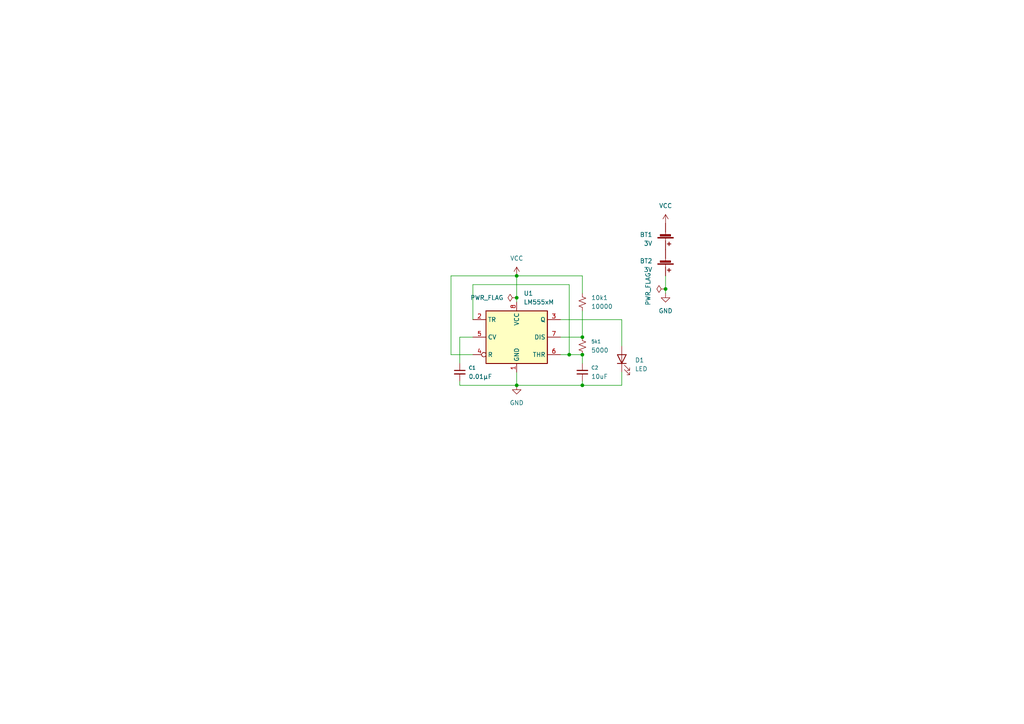
<source format=kicad_sch>
(kicad_sch (version 20211123) (generator eeschema)
  (paper "A4")
  (lib_symbols
    (symbol "Device:Battery_Cell" (pin_numbers hide) (pin_names (offset 0) hide)
      (property "Reference" "BT" (at 2.54 2.54 0))
      (property "Value" "Battery_Cell" (at 2.54 0 0))
      (symbol "Battery_Cell_0_1"
        (rectangle (start -2.286 1.778) (end 2.286 1.524) (fill (type outline)))
        (rectangle (start -1.5748 1.1938) (end 1.4732 0.6858) (fill (type outline)))
        (polyline (pts (xy 0 0.762) (xy 0 0)))
        (polyline (pts (xy 0 1.778) (xy 0 2.54)))
        (polyline (pts (xy 0.508 3.429) (xy 1.524 3.429)) (stroke (width 0.254)))
        (polyline (pts (xy 1.016 3.937) (xy 1.016 2.921)) (stroke (width 0.254)))
      )
      (symbol "Battery_Cell_1_1"
        (pin passive line (at 0 5.08 270) (length 2.54) (name "+") (number "1"))
        (pin passive line (at 0 -2.54 90) (length 2.54) (name "-") (number "2"))
      )
    )
    (symbol "Device:C_Small" (pin_numbers hide) (pin_names (offset 0.254) hide)
      (property "Reference" "C" (at 0.254 1.778 0))
      (property "Value" "C_Small" (at 0.254 -2.032 0))
      (symbol "C_Small_0_1"
        (polyline (pts (xy -1.524 -0.508) (xy 1.524 -0.508)) (stroke (width 0.3302)))
        (polyline (pts (xy -1.524 0.508) (xy 1.524 0.508)) (stroke (width 0.3048)))
      )
      (symbol "C_Small_1_1"
        (pin passive line (at 0 2.54 270) (length 2.032) (name "~") (number "1"))
        (pin passive line (at 0 -2.54 90) (length 2.032) (name "~") (number "2"))
      )
    )
    (symbol "Device:LED" (pin_numbers hide) (pin_names (offset 1.016) hide)
      (property "Reference" "D" (at 0 2.54 0))
      (property "Value" "LED" (at 0 -2.54 0))
      (symbol "LED_0_1"
        (polyline (pts (xy -1.27 -1.27) (xy -1.27 1.27)) (stroke (width 0.254)))
        (polyline (pts (xy -1.27 0) (xy 1.27 0)))
        (polyline (pts (xy 1.27 -1.27) (xy 1.27 1.27) (xy -1.27 0) (xy 1.27 -1.27)) (stroke (width 0.254)))
        (polyline (pts (xy -3.048 -0.762) (xy -4.572 -2.286) (xy -3.81 -2.286) (xy -4.572 -2.286) (xy -4.572 -1.524)))
        (polyline (pts (xy -1.778 -0.762) (xy -3.302 -2.286) (xy -2.54 -2.286) (xy -3.302 -2.286) (xy -3.302 -1.524)))
      )
      (symbol "LED_1_1"
        (pin passive line (at -3.81 0 0) (length 2.54) (name "K") (number "1"))
        (pin passive line (at 3.81 0 180) (length 2.54) (name "A") (number "2"))
      )
    )
    (symbol "Device:R_Small_US" (pin_numbers hide) (pin_names (offset 0.254) hide)
      (property "Reference" "R" (at 0.762 0.508 0))
      (property "Value" "R_Small_US" (at 0.762 -1.016 0))
      (symbol "R_Small_US_1_1"
        (polyline (pts (xy 0 0) (xy 1.016 -0.381) (xy 0 -0.762) (xy -1.016 -1.143) (xy 0 -1.524)))
        (polyline (pts (xy 0 1.524) (xy 1.016 1.143) (xy 0 0.762) (xy -1.016 0.381) (xy 0 0)))
        (pin passive line (at 0 2.54 270) (length 1.016) (name "~") (number "1"))
        (pin passive line (at 0 -2.54 90) (length 1.016) (name "~") (number "2"))
      )
    )
    (symbol "Timer:LM555xM"
      (property "Reference" "U" (at -10.16 8.89 0))
      (property "Value" "LM555xM" (at 2.54 8.89 0))
      (symbol "LM555xM_0_0"
        (pin power_in line (at 0 -10.16 90) (length 2.54) (name "GND") (number "1"))
        (pin power_in line (at 0 10.16 270) (length 2.54) (name "VCC") (number "8"))
      )
      (symbol "LM555xM_0_1"
        (rectangle (start -8.89 -7.62) (end 8.89 7.62) (stroke (width 0.254)) (fill (type background)))
        (rectangle (start -8.89 -7.62) (end 8.89 7.62) (stroke (width 0.254)) (fill (type background)))
      )
      (symbol "LM555xM_1_1"
        (pin input line (at -12.7 5.08 0) (length 3.81) (name "TR") (number "2"))
        (pin output line (at 12.7 5.08 180) (length 3.81) (name "Q") (number "3"))
        (pin input inverted (at -12.7 -5.08 0) (length 3.81) (name "R") (number "4"))
        (pin input line (at -12.7 0 0) (length 3.81) (name "CV") (number "5"))
        (pin input line (at 12.7 -5.08 180) (length 3.81) (name "THR") (number "6"))
        (pin input line (at 12.7 0 180) (length 3.81) (name "DIS") (number "7"))
      )
    )
    (symbol "power:GND" (power) (pin_names (offset 0))
      (property "Value" "GND" (at 0 -3.81 0))
      (symbol "GND_0_1"
        (polyline (pts (xy 0 0) (xy 0 -1.27) (xy 1.27 -1.27) (xy 0 -2.54) (xy -1.27 -1.27) (xy 0 -1.27)))
      )
      (symbol "GND_1_1"
        (pin power_in line (at 0 0 270) (length 0) hide (name "GND") (number "1"))
      )
    )
    (symbol "power:PWR_FLAG" (power) (pin_numbers hide) (pin_names (offset 0) hide)
      (property "Value" "PWR_FLAG" (at 0 3.81 0))
      (symbol "PWR_FLAG_0_0"
        (pin power_out line (at 0 0 90) (length 0) (name "pwr") (number "1"))
      )
      (symbol "PWR_FLAG_0_1"
        (polyline (pts (xy 0 0) (xy 0 1.27) (xy -1.016 1.905) (xy 0 2.54) (xy 1.016 1.905) (xy 0 1.27)))
      )
    )
    (symbol "power:VCC" (power) (pin_names (offset 0))
      (property "Value" "VCC" (at 0 3.81 0))
      (symbol "VCC_0_1"
        (polyline (pts (xy -0.762 1.27) (xy 0 2.54)))
        (polyline (pts (xy 0 0) (xy 0 2.54)))
        (polyline (pts (xy 0 2.54) (xy 0.762 1.27)))
      )
      (symbol "VCC_1_1"
        (pin power_in line (at 0 0 90) (length 0) hide (name "VCC") (number "1"))
      )
    )
  )
  (junction (at 168.91 111.76))
  (junction (at 193.04 83.82))
  (junction (at 149.86 80.01))
  (junction (at 149.86 111.76))
  (junction (at 168.91 97.79))
  (junction (at 165.1 102.87))
  (junction (at 168.91 102.87))
  (junction (at 149.86 86.36))
  (wire (pts (xy 130.81 80.01) (xy 149.86 80.01)))
  (wire (pts (xy 137.16 92.71) (xy 137.16 82.55)))
  (wire (pts (xy 168.91 85.09) (xy 168.91 80.01)))
  (wire (pts (xy 137.16 97.79) (xy 133.35 97.79)))
  (wire (pts (xy 149.86 86.36) (xy 149.86 87.63)))
  (wire (pts (xy 180.34 92.71) (xy 180.34 100.33)))
  (wire (pts (xy 168.91 110.49) (xy 168.91 111.76)))
  (wire (pts (xy 162.56 97.79) (xy 168.91 97.79)))
  (wire (pts (xy 193.04 85.09) (xy 193.04 83.82)))
  (wire (pts (xy 162.56 102.87) (xy 165.1 102.87)))
  (wire (pts (xy 133.35 110.49) (xy 133.35 111.76)))
  (wire (pts (xy 133.35 97.79) (xy 133.35 105.41)))
  (wire (pts (xy 137.16 82.55) (xy 165.1 82.55)))
  (wire (pts (xy 130.81 80.01) (xy 130.81 102.87)))
  (wire (pts (xy 168.91 90.17) (xy 168.91 97.79)))
  (wire (pts (xy 180.34 107.95) (xy 180.34 111.76)))
  (wire (pts (xy 149.86 80.01) (xy 149.86 86.36)))
  (wire (pts (xy 162.56 92.71) (xy 180.34 92.71)))
  (wire (pts (xy 149.86 111.76) (xy 168.91 111.76)))
  (wire (pts (xy 165.1 82.55) (xy 165.1 102.87)))
  (wire (pts (xy 137.16 102.87) (xy 130.81 102.87)))
  (wire (pts (xy 168.91 102.87) (xy 168.91 105.41)))
  (wire (pts (xy 133.35 111.76) (xy 149.86 111.76)))
  (wire (pts (xy 168.91 111.76) (xy 180.34 111.76)))
  (wire (pts (xy 193.04 83.82) (xy 193.04 80.01)))
  (wire (pts (xy 149.86 80.01) (xy 168.91 80.01)))
  (wire (pts (xy 149.86 107.95) (xy 149.86 111.76)))
  (wire (pts (xy 165.1 102.87) (xy 168.91 102.87)))
  (symbol (lib_id "Device:R_Small_US") (at 168.91 87.63 0) (unit 1)
    (property "Reference" "10k1" (at 171.45 86.3599 0) (effects (justify left)))
    (property "Value" "10000" (at 171.45 88.8999 0) (effects (justify left)))
    (property "Footprint" "Resistor_SMD:R_0805_2012Metric" (effects hide))
  )
  (symbol (lib_id "Device:Battery_Cell") (at 193.04 74.93 0) (mirror x) (unit 1)
    (property "Reference" "BT2" (at 189.23 75.6919 0) (effects (justify right)))
    (property "Value" "3V" (at 189.23 78.2319 0) (effects (justify right)))
    (property "Footprint" "Battery:BatteryHolder_LINX_BAT-HLD-012-SMT" (effects hide))
  )
  (symbol (lib_id "Device:LED") (at 180.34 104.14 90) (unit 1)
    (property "Reference" "D1" (at 184.15 104.4574 90) (effects (justify right)))
    (property "Value" "LED" (at 184.15 106.9974 90) (effects (justify right)))
    (property "Footprint" "LED_SMD:LED_0805_2012Metric" (effects hide))
  )
  (symbol (lib_id "Timer:LM555xM") (at 149.86 97.79 0) (unit 1)
    (property "Reference" "U1" (at 151.8794 85.09 0) (effects (justify left)))
    (property "Value" "LM555xM" (at 151.8794 87.63 0) (effects (justify left)))
    (property "Footprint" "Package_SO:SOIC-8_3.9x4.9mm_P1.27mm" (effects hide))
    (property "Datasheet" "http://www.ti.com/lit/ds/symlink/lm555.pdf" (effects hide))
  )
  (symbol (lib_id "power:PWR_FLAG") (at 193.04 83.82 90) (mirror x) (unit 1)
    (property "Reference" "#FLG0101" (effects hide))
    (property "Value" "PWR_FLAG" (at 187.96 83.82 0))
  )
  (symbol (lib_id "Device:Battery_Cell") (at 193.04 67.31 0) (mirror x) (unit 1)
    (property "Reference" "BT1" (at 189.23 68.0719 0) (effects (justify right)))
    (property "Value" "3V" (at 189.23 70.6119 0) (effects (justify right)))
    (property "Footprint" "Battery:BatteryHolder_LINX_BAT-HLD-012-SMT" (effects hide))
  )
  (symbol (lib_id "Device:C_Small") (at 168.91 107.95 180) (unit 1)
    (property "Reference" "C2" (at 171.45 106.6736 0) (effects (font (size 1 1)) (justify right)))
    (property "Value" "10uF" (at 171.45 109.2135 0) (effects (justify right)))
    (property "Footprint" "Capacitor_SMD:C_0805_2012Metric" (effects hide))
  )
  (symbol (lib_id "power:VCC") (at 149.86 80.01 0) (unit 1)
    (property "Reference" "#PWR0101" (effects hide))
    (property "Value" "VCC" (at 149.86 74.93 0))
  )
  (symbol (lib_id "power:GND") (at 149.86 111.76 0) (unit 1)
    (property "Reference" "#PWR0104" (effects hide))
    (property "Value" "GND" (at 149.86 116.84 0))
  )
  (symbol (lib_id "power:GND") (at 193.04 85.09 0) (unit 1)
    (property "Reference" "#PWR0103" (effects hide))
    (property "Value" "GND" (at 193.04 90.17 0))
  )
  (symbol (lib_id "power:VCC") (at 193.04 64.77 0) (unit 1)
    (property "Reference" "#PWR0102" (effects hide))
    (property "Value" "VCC" (at 193.04 59.69 0))
  )
  (symbol (lib_id "Device:C_Small") (at 133.35 107.95 0) (unit 1)
    (property "Reference" "C1" (at 135.89 106.6863 0) (effects (font (size 1 1)) (justify left)))
    (property "Value" "0.01µF" (at 135.89 109.2262 0) (effects (justify left)))
    (property "Footprint" "Capacitor_SMD:C_0805_2012Metric" (effects hide))
  )
  (symbol (lib_id "power:PWR_FLAG") (at 149.86 86.36 90) (mirror x) (unit 1)
    (property "Reference" "#FLG0102" (effects hide))
    (property "Value" "PWR_FLAG" (at 146.05 86.3599 90) (effects (justify left)))
  )
  (symbol (lib_id "Device:R_Small_US") (at 168.91 100.33 0) (unit 1)
    (property "Reference" "5k1" (at 171.45 99.06 0) (effects (font (size 1 1)) (justify left)))
    (property "Value" "5000" (at 171.45 101.5999 0) (effects (justify left)))
    (property "Footprint" "Resistor_SMD:R_0805_2012Metric" (effects hide))
  )
)
</source>
